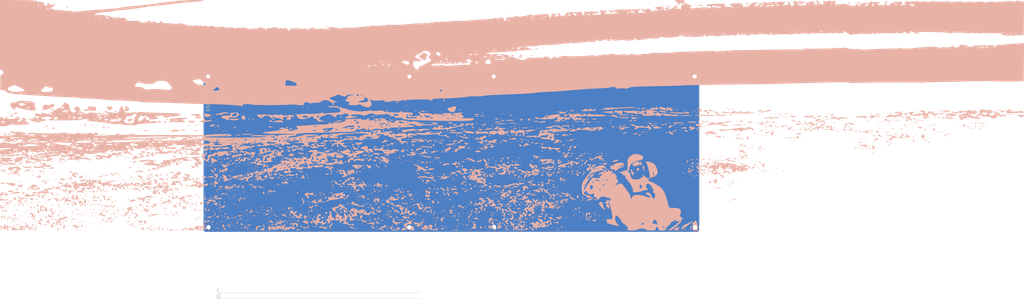
<source format=kicad_pcb>
(kicad_pcb (version 20211014) (generator pcbnew)
  (layers (0 "F.Cu" signal) (31 "B.Cu" signal) (34 "B.Paste" user) (35 "F.Paste" user) (36 "B.SilkS" user "B.Silkscreen") (37 "F.SilkS" user "F.Silkscreen") (38 "B.Mask" user) (39 "F.Mask" user) (44 "Edge.Cuts" user))
  (net 0 "")
  (footprint "MountingHole:MountingHole_2.2mm_M2_Pad" (layer "F.Cu") (at 162.689708 91.391033)
    (fp_text reference "H3" hide)
    (fp_text value "MountingHole_Pad")
    (pad "1" thru_hole circle (at 0 0) (size 4.4 4.4) (drill 2.2) (layers *.Cu *.Mask))
  )
  (footprint "MountingHole:MountingHole_2.2mm_M2_Pad" (layer "F.Cu") (at 115.8875 8.509)
    (fp_text reference "H2" hide)
    (fp_text value "MountingHole_Pad")
    (pad "1" thru_hole circle (at 0 0) (size 4.4 4.4) (drill 2.2) (layers *.Cu *.Mask))
  )
  (footprint "MountingHole:MountingHole_2.2mm_M2_Pad" (layer "F.Cu") (at 273.177 8.509)
    (fp_text reference "H4" hide)
    (fp_text value "MountingHole_Pad")
    (pad "1" thru_hole circle (at 0 0) (size 4.4 4.4) (drill 2.2) (layers *.Cu *.Mask))
  )
  (footprint "MountingHole:MountingHole_2.2mm_M2_Pad" (layer "F.Cu") (at 162.369692 8.481252)
    (fp_text reference "H3" hide)
    (fp_text value "MountingHole_Pad")
    (pad "1" thru_hole circle (at 0 0) (size 4.4 4.4) (drill 2.2) (layers *.Cu *.Mask))
  )
  (footprint "MountingHole:MountingHole_2.2mm_M2_Pad" (layer "F.Cu") (at 5.207 91.567)
    (fp_text reference "H1" hide)
    (fp_text value "MountingHole_Pad")
    (pad "1" thru_hole circle (at 0 0) (size 4.4 4.4) (drill 2.2) (layers *.Cu *.Mask))
  )
  (footprint "MountingHole:MountingHole_2.2mm_M2_Pad" (layer "F.Cu") (at 273.304 91.567)
    (fp_text reference "H4" hide)
    (fp_text value "MountingHole_Pad")
    (pad "1" thru_hole circle (at 0 0) (size 4.4 4.4) (drill 2.2) (layers *.Cu *.Mask))
  )
  (footprint "MountingHole:MountingHole_2.2mm_M2_Pad" (layer "F.Cu") (at 4.953 8.509)
    (fp_text reference "H1" hide)
    (fp_text value "MountingHole_Pad")
    (pad "1" thru_hole circle (at 0 0) (size 4.4 4.4) (drill 2.2) (layers *.Cu *.Mask))
  )
  (footprint "MountingHole:MountingHole_2.2mm_M2_Pad" (layer "F.Cu") (at 115.8875 91.537469)
    (fp_text reference "H2" hide)
    (fp_text value "MountingHole_Pad")
    (pad "1" thru_hole circle (at 0 0) (size 4.4 4.4) (drill 2.2) (layers *.Cu *.Mask))
  )
  (footprint "MountingHole:MountingHole_2.2mm_M2_Pad" (layer "F.Cu") (at 273.304 91.567)
    (fp_text reference "H4" hide)
    (fp_text value "MountingHole_Pad")
    (pad "1" thru_hole circle (at 0 0) (size 4.4 4.4) (drill 2.2) (layers *.Cu *.Mask))
  )
  (footprint "MountingHole:MountingHole_2.2mm_M2_Pad" (layer "F.Cu") (at 5.207 91.567)
    (fp_text reference "H1" hide)
    (fp_text value "MountingHole_Pad")
    (pad "1" thru_hole circle (at 0 0) (size 4.4 4.4) (drill 2.2) (layers *.Cu *.Mask))
  )
  (footprint "MountingHole:MountingHole_2.2mm_M2_Pad" (layer "F.Cu") (at 4.953 8.509)
    (fp_text reference "H1" hide)
    (fp_text value "MountingHole_Pad")
    (pad "1" thru_hole circle (at 0 0) (size 4.4 4.4) (drill 2.2) (layers *.Cu *.Mask))
  )
  (footprint "MountingHole:MountingHole_2.2mm_M2_Pad" (layer "F.Cu") (at 273.177 8.509)
    (fp_text reference "H4" hide)
    (fp_text value "MountingHole_Pad")
    (pad "1" thru_hole circle (at 0 0) (size 4.4 4.4) (drill 2.2) (layers *.Cu *.Mask))
  )
  (footprint "LOGO" (layer "B.Cu") (at 172.466 29.845 180)
    (fp_text reference "G***" hide)
    (fp_text value "LOGO" hide)
  )
  (gr_line (start 3.692026 94.107) (end 274.357212 94.107) (layer "Edge.Cuts") (width 0.1))
  (gr_arc (start 275.627212 92.837) (mid 275.255241 93.735035) (end 274.357212 94.107) (layer "Edge.Cuts") (width 0.1))
  (gr_arc (start 3.692026 94.107) (mid 2.793999 93.735027) (end 2.422026 92.837) (layer "Edge.Cuts") (width 0.1))
  (gr_arc (start 2.422026 7.239) (mid 2.794 6.340974) (end 3.692026 5.969) (layer "Edge.Cuts") (width 0.1))
  (gr_line (start 275.627212 92.837) (end 275.59 7.239) (layer "Edge.Cuts") (width 0.1))
  (gr_arc (start 274.32 5.969) (mid 275.218048 6.340956) (end 275.59 7.239) (layer "Edge.Cuts") (width 0.1))
  (gr_line (start 274.32 5.969) (end 3.692026 5.969) (layer "Edge.Cuts") (width 0.1))
  (gr_line (start 2.422026 7.239) (end 2.422026 92.837) (layer "Edge.Cuts") (width 0.1))
  (gr_text "SKOOSK" (at 4.7625 22.225 270) (layer "F.SilkS") (effects (font (size 2 2))))
  (dimension (type aligned) (layer "Edge.Cuts") (pts (xy 122.555 131.064) (xy 122.555 127.762)) (height -111.125) (gr_text "3.3020 mm" (at 10.28 129.413 90) (layer "Edge.Cuts") (effects (font (size 1 1) (thickness 0.15)))) (format (units 3) (units_format 1) (precision 4)) (style (thickness 0.1) (arrow_length 1.27) (text_position_mode 0) (extension_height 0.58642) (extension_offset 0.5) keep_text_aligned))
  (dimension (type aligned) (layer "Edge.Cuts") (pts (xy 122.555 131.064) (xy 122.555 127.762)) (height -111.125) (gr_text "3.3020 mm" (at 10.28 129.413 90) (layer "Edge.Cuts") (effects (font (size 1 1) (thickness 0.15)))) (format (units 3) (units_format 1) (precision 4)) (style (thickness 0.1) (arrow_length 1.27) (text_position_mode 0) (extension_height 0.58642) (extension_offset 0.5) keep_text_aligned))
  (zone (net 0) (net_name "") (layers F&B.Cu) (connect_pads (clearance 0)) (min_thickness 0.254) (fill yes (thermal_gap 0.508) (thermal_bridge_width 0.508))
    (polygon (pts (xy 287.147 97.536) (xy -6.731 99.314) (xy -7.747 -4.064) (xy 286.893 0.762)))
  )
  (zone (net 0) (net_name "") (layers F&B.Cu) (connect_pads (clearance 0)) (min_thickness 0.254) (fill yes (thermal_gap 0.508) (thermal_bridge_width 0.508))
    (polygon (pts (xy 287.147 97.536) (xy -6.731 99.314) (xy -7.747 -4.064) (xy 286.893 0.762)))
  )
)
</source>
